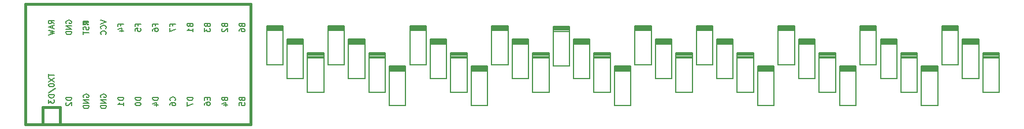
<source format=gbr>
G04 #@! TF.GenerationSoftware,KiCad,Pcbnew,5.1.9-73d0e3b20d~88~ubuntu18.04.1*
G04 #@! TF.CreationDate,2021-03-09T23:09:17-06:00*
G04 #@! TF.ProjectId,keyboard,6b657962-6f61-4726-942e-6b696361645f,rev?*
G04 #@! TF.SameCoordinates,Original*
G04 #@! TF.FileFunction,Legend,Bot*
G04 #@! TF.FilePolarity,Positive*
%FSLAX46Y46*%
G04 Gerber Fmt 4.6, Leading zero omitted, Abs format (unit mm)*
G04 Created by KiCad (PCBNEW 5.1.9-73d0e3b20d~88~ubuntu18.04.1) date 2021-03-09 23:09:17*
%MOMM*%
%LPD*%
G01*
G04 APERTURE LIST*
%ADD10C,0.200000*%
%ADD11C,0.381000*%
%ADD12C,0.150000*%
G04 APERTURE END LIST*
D10*
X72800000Y-38625000D02*
X75200000Y-38625000D01*
X72800000Y-38450000D02*
X75200000Y-38450000D01*
X72800000Y-38275000D02*
X75200000Y-38275000D01*
X75200000Y-37875000D02*
X72800000Y-37875000D01*
X72800000Y-38100000D02*
X75200000Y-38100000D01*
X72800000Y-37975000D02*
X75200000Y-37975000D01*
X72800000Y-37900000D02*
X72800000Y-43700000D01*
X72800000Y-43700000D02*
X75200000Y-43700000D01*
X75200000Y-43700000D02*
X75200000Y-37900000D01*
X120800000Y-34625000D02*
X123200000Y-34625000D01*
X120800000Y-34450000D02*
X123200000Y-34450000D01*
X120800000Y-34275000D02*
X123200000Y-34275000D01*
X123200000Y-33875000D02*
X120800000Y-33875000D01*
X120800000Y-34100000D02*
X123200000Y-34100000D01*
X120800000Y-33975000D02*
X123200000Y-33975000D01*
X120800000Y-33900000D02*
X120800000Y-39700000D01*
X120800000Y-39700000D02*
X123200000Y-39700000D01*
X123200000Y-39700000D02*
X123200000Y-33900000D01*
X81800000Y-38625000D02*
X84200000Y-38625000D01*
X81800000Y-38450000D02*
X84200000Y-38450000D01*
X81800000Y-38275000D02*
X84200000Y-38275000D01*
X84200000Y-37875000D02*
X81800000Y-37875000D01*
X81800000Y-38100000D02*
X84200000Y-38100000D01*
X81800000Y-37975000D02*
X84200000Y-37975000D01*
X81800000Y-37900000D02*
X81800000Y-43700000D01*
X81800000Y-43700000D02*
X84200000Y-43700000D01*
X84200000Y-43700000D02*
X84200000Y-37900000D01*
X75800000Y-34625000D02*
X78200000Y-34625000D01*
X75800000Y-34450000D02*
X78200000Y-34450000D01*
X75800000Y-34275000D02*
X78200000Y-34275000D01*
X78200000Y-33875000D02*
X75800000Y-33875000D01*
X75800000Y-34100000D02*
X78200000Y-34100000D01*
X75800000Y-33975000D02*
X78200000Y-33975000D01*
X75800000Y-33900000D02*
X75800000Y-39700000D01*
X75800000Y-39700000D02*
X78200000Y-39700000D01*
X78200000Y-39700000D02*
X78200000Y-33900000D01*
X105800000Y-38625000D02*
X108200000Y-38625000D01*
X105800000Y-38450000D02*
X108200000Y-38450000D01*
X105800000Y-38275000D02*
X108200000Y-38275000D01*
X108200000Y-37875000D02*
X105800000Y-37875000D01*
X105800000Y-38100000D02*
X108200000Y-38100000D01*
X105800000Y-37975000D02*
X108200000Y-37975000D01*
X105800000Y-37900000D02*
X105800000Y-43700000D01*
X105800000Y-43700000D02*
X108200000Y-43700000D01*
X108200000Y-43700000D02*
X108200000Y-37900000D01*
X129800000Y-34625000D02*
X132200000Y-34625000D01*
X129800000Y-34450000D02*
X132200000Y-34450000D01*
X129800000Y-34275000D02*
X132200000Y-34275000D01*
X132200000Y-33875000D02*
X129800000Y-33875000D01*
X129800000Y-34100000D02*
X132200000Y-34100000D01*
X129800000Y-33975000D02*
X132200000Y-33975000D01*
X129800000Y-33900000D02*
X129800000Y-39700000D01*
X129800000Y-39700000D02*
X132200000Y-39700000D01*
X132200000Y-39700000D02*
X132200000Y-33900000D01*
X108800000Y-34725000D02*
X111200000Y-34725000D01*
X108800000Y-34550000D02*
X111200000Y-34550000D01*
X108800000Y-34375000D02*
X111200000Y-34375000D01*
X111200000Y-33975000D02*
X108800000Y-33975000D01*
X108800000Y-34200000D02*
X111200000Y-34200000D01*
X108800000Y-34075000D02*
X111200000Y-34075000D01*
X108800000Y-34000000D02*
X108800000Y-39800000D01*
X108800000Y-39800000D02*
X111200000Y-39800000D01*
X111200000Y-39800000D02*
X111200000Y-34000000D01*
X165800000Y-34625000D02*
X168200000Y-34625000D01*
X165800000Y-34450000D02*
X168200000Y-34450000D01*
X165800000Y-34275000D02*
X168200000Y-34275000D01*
X168200000Y-33875000D02*
X165800000Y-33875000D01*
X165800000Y-34100000D02*
X168200000Y-34100000D01*
X165800000Y-33975000D02*
X168200000Y-33975000D01*
X165800000Y-33900000D02*
X165800000Y-39700000D01*
X165800000Y-39700000D02*
X168200000Y-39700000D01*
X168200000Y-39700000D02*
X168200000Y-33900000D01*
X138800000Y-40625000D02*
X141200000Y-40625000D01*
X138800000Y-40450000D02*
X141200000Y-40450000D01*
X138800000Y-40275000D02*
X141200000Y-40275000D01*
X141200000Y-39875000D02*
X138800000Y-39875000D01*
X138800000Y-40100000D02*
X141200000Y-40100000D01*
X138800000Y-39975000D02*
X141200000Y-39975000D01*
X138800000Y-39900000D02*
X138800000Y-45700000D01*
X138800000Y-45700000D02*
X141200000Y-45700000D01*
X141200000Y-45700000D02*
X141200000Y-39900000D01*
X171800000Y-38625000D02*
X174200000Y-38625000D01*
X171800000Y-38450000D02*
X174200000Y-38450000D01*
X171800000Y-38275000D02*
X174200000Y-38275000D01*
X174200000Y-37875000D02*
X171800000Y-37875000D01*
X171800000Y-38100000D02*
X174200000Y-38100000D01*
X171800000Y-37975000D02*
X174200000Y-37975000D01*
X171800000Y-37900000D02*
X171800000Y-43700000D01*
X171800000Y-43700000D02*
X174200000Y-43700000D01*
X174200000Y-43700000D02*
X174200000Y-37900000D01*
X168800000Y-36625000D02*
X171200000Y-36625000D01*
X168800000Y-36450000D02*
X171200000Y-36450000D01*
X168800000Y-36275000D02*
X171200000Y-36275000D01*
X171200000Y-35875000D02*
X168800000Y-35875000D01*
X168800000Y-36100000D02*
X171200000Y-36100000D01*
X168800000Y-35975000D02*
X171200000Y-35975000D01*
X168800000Y-35900000D02*
X168800000Y-41700000D01*
X168800000Y-41700000D02*
X171200000Y-41700000D01*
X171200000Y-41700000D02*
X171200000Y-35900000D01*
X162800000Y-40625000D02*
X165200000Y-40625000D01*
X162800000Y-40450000D02*
X165200000Y-40450000D01*
X162800000Y-40275000D02*
X165200000Y-40275000D01*
X165200000Y-39875000D02*
X162800000Y-39875000D01*
X162800000Y-40100000D02*
X165200000Y-40100000D01*
X162800000Y-39975000D02*
X165200000Y-39975000D01*
X162800000Y-39900000D02*
X162800000Y-45700000D01*
X162800000Y-45700000D02*
X165200000Y-45700000D01*
X165200000Y-45700000D02*
X165200000Y-39900000D01*
X78800000Y-36625000D02*
X81200000Y-36625000D01*
X78800000Y-36450000D02*
X81200000Y-36450000D01*
X78800000Y-36275000D02*
X81200000Y-36275000D01*
X81200000Y-35875000D02*
X78800000Y-35875000D01*
X78800000Y-36100000D02*
X81200000Y-36100000D01*
X78800000Y-35975000D02*
X81200000Y-35975000D01*
X78800000Y-35900000D02*
X78800000Y-41700000D01*
X78800000Y-41700000D02*
X81200000Y-41700000D01*
X81200000Y-41700000D02*
X81200000Y-35900000D01*
X99800000Y-34625000D02*
X102200000Y-34625000D01*
X99800000Y-34450000D02*
X102200000Y-34450000D01*
X99800000Y-34275000D02*
X102200000Y-34275000D01*
X102200000Y-33875000D02*
X99800000Y-33875000D01*
X99800000Y-34100000D02*
X102200000Y-34100000D01*
X99800000Y-33975000D02*
X102200000Y-33975000D01*
X99800000Y-33900000D02*
X99800000Y-39700000D01*
X99800000Y-39700000D02*
X102200000Y-39700000D01*
X102200000Y-39700000D02*
X102200000Y-33900000D01*
X66800000Y-34625000D02*
X69200000Y-34625000D01*
X66800000Y-34450000D02*
X69200000Y-34450000D01*
X66800000Y-34275000D02*
X69200000Y-34275000D01*
X69200000Y-33875000D02*
X66800000Y-33875000D01*
X66800000Y-34100000D02*
X69200000Y-34100000D01*
X66800000Y-33975000D02*
X69200000Y-33975000D01*
X66800000Y-33900000D02*
X66800000Y-39700000D01*
X66800000Y-39700000D02*
X69200000Y-39700000D01*
X69200000Y-39700000D02*
X69200000Y-33900000D01*
X153800000Y-34625000D02*
X156200000Y-34625000D01*
X153800000Y-34450000D02*
X156200000Y-34450000D01*
X153800000Y-34275000D02*
X156200000Y-34275000D01*
X156200000Y-33875000D02*
X153800000Y-33875000D01*
X153800000Y-34100000D02*
X156200000Y-34100000D01*
X153800000Y-33975000D02*
X156200000Y-33975000D01*
X153800000Y-33900000D02*
X153800000Y-39700000D01*
X153800000Y-39700000D02*
X156200000Y-39700000D01*
X156200000Y-39700000D02*
X156200000Y-33900000D01*
X126800000Y-38625000D02*
X129200000Y-38625000D01*
X126800000Y-38450000D02*
X129200000Y-38450000D01*
X126800000Y-38275000D02*
X129200000Y-38275000D01*
X129200000Y-37875000D02*
X126800000Y-37875000D01*
X126800000Y-38100000D02*
X129200000Y-38100000D01*
X126800000Y-37975000D02*
X129200000Y-37975000D01*
X126800000Y-37900000D02*
X126800000Y-43700000D01*
X126800000Y-43700000D02*
X129200000Y-43700000D01*
X129200000Y-43700000D02*
X129200000Y-37900000D01*
X84800000Y-40625000D02*
X87200000Y-40625000D01*
X84800000Y-40450000D02*
X87200000Y-40450000D01*
X84800000Y-40275000D02*
X87200000Y-40275000D01*
X87200000Y-39875000D02*
X84800000Y-39875000D01*
X84800000Y-40100000D02*
X87200000Y-40100000D01*
X84800000Y-39975000D02*
X87200000Y-39975000D01*
X84800000Y-39900000D02*
X84800000Y-45700000D01*
X84800000Y-45700000D02*
X87200000Y-45700000D01*
X87200000Y-45700000D02*
X87200000Y-39900000D01*
X135800000Y-38625000D02*
X138200000Y-38625000D01*
X135800000Y-38450000D02*
X138200000Y-38450000D01*
X135800000Y-38275000D02*
X138200000Y-38275000D01*
X138200000Y-37875000D02*
X135800000Y-37875000D01*
X135800000Y-38100000D02*
X138200000Y-38100000D01*
X135800000Y-37975000D02*
X138200000Y-37975000D01*
X135800000Y-37900000D02*
X135800000Y-43700000D01*
X135800000Y-43700000D02*
X138200000Y-43700000D01*
X138200000Y-43700000D02*
X138200000Y-37900000D01*
X156800000Y-36625000D02*
X159200000Y-36625000D01*
X156800000Y-36450000D02*
X159200000Y-36450000D01*
X156800000Y-36275000D02*
X159200000Y-36275000D01*
X159200000Y-35875000D02*
X156800000Y-35875000D01*
X156800000Y-36100000D02*
X159200000Y-36100000D01*
X156800000Y-35975000D02*
X159200000Y-35975000D01*
X156800000Y-35900000D02*
X156800000Y-41700000D01*
X156800000Y-41700000D02*
X159200000Y-41700000D01*
X159200000Y-41700000D02*
X159200000Y-35900000D01*
X144800000Y-36625000D02*
X147200000Y-36625000D01*
X144800000Y-36450000D02*
X147200000Y-36450000D01*
X144800000Y-36275000D02*
X147200000Y-36275000D01*
X147200000Y-35875000D02*
X144800000Y-35875000D01*
X144800000Y-36100000D02*
X147200000Y-36100000D01*
X144800000Y-35975000D02*
X147200000Y-35975000D01*
X144800000Y-35900000D02*
X144800000Y-41700000D01*
X144800000Y-41700000D02*
X147200000Y-41700000D01*
X147200000Y-41700000D02*
X147200000Y-35900000D01*
X132800000Y-36625000D02*
X135200000Y-36625000D01*
X132800000Y-36450000D02*
X135200000Y-36450000D01*
X132800000Y-36275000D02*
X135200000Y-36275000D01*
X135200000Y-35875000D02*
X132800000Y-35875000D01*
X132800000Y-36100000D02*
X135200000Y-36100000D01*
X132800000Y-35975000D02*
X135200000Y-35975000D01*
X132800000Y-35900000D02*
X132800000Y-41700000D01*
X132800000Y-41700000D02*
X135200000Y-41700000D01*
X135200000Y-41700000D02*
X135200000Y-35900000D01*
X141800000Y-34625000D02*
X144200000Y-34625000D01*
X141800000Y-34450000D02*
X144200000Y-34450000D01*
X141800000Y-34275000D02*
X144200000Y-34275000D01*
X144200000Y-33875000D02*
X141800000Y-33875000D01*
X141800000Y-34100000D02*
X144200000Y-34100000D01*
X141800000Y-33975000D02*
X144200000Y-33975000D01*
X141800000Y-33900000D02*
X141800000Y-39700000D01*
X141800000Y-39700000D02*
X144200000Y-39700000D01*
X144200000Y-39700000D02*
X144200000Y-33900000D01*
X123800000Y-36625000D02*
X126200000Y-36625000D01*
X123800000Y-36450000D02*
X126200000Y-36450000D01*
X123800000Y-36275000D02*
X126200000Y-36275000D01*
X126200000Y-35875000D02*
X123800000Y-35875000D01*
X123800000Y-36100000D02*
X126200000Y-36100000D01*
X123800000Y-35975000D02*
X126200000Y-35975000D01*
X123800000Y-35900000D02*
X123800000Y-41700000D01*
X123800000Y-41700000D02*
X126200000Y-41700000D01*
X126200000Y-41700000D02*
X126200000Y-35900000D01*
X111800000Y-36625000D02*
X114200000Y-36625000D01*
X111800000Y-36450000D02*
X114200000Y-36450000D01*
X111800000Y-36275000D02*
X114200000Y-36275000D01*
X114200000Y-35875000D02*
X111800000Y-35875000D01*
X111800000Y-36100000D02*
X114200000Y-36100000D01*
X111800000Y-35975000D02*
X114200000Y-35975000D01*
X111800000Y-35900000D02*
X111800000Y-41700000D01*
X111800000Y-41700000D02*
X114200000Y-41700000D01*
X114200000Y-41700000D02*
X114200000Y-35900000D01*
X102800000Y-36625000D02*
X105200000Y-36625000D01*
X102800000Y-36450000D02*
X105200000Y-36450000D01*
X102800000Y-36275000D02*
X105200000Y-36275000D01*
X105200000Y-35875000D02*
X102800000Y-35875000D01*
X102800000Y-36100000D02*
X105200000Y-36100000D01*
X102800000Y-35975000D02*
X105200000Y-35975000D01*
X102800000Y-35900000D02*
X102800000Y-41700000D01*
X102800000Y-41700000D02*
X105200000Y-41700000D01*
X105200000Y-41700000D02*
X105200000Y-35900000D01*
X117800000Y-40625000D02*
X120200000Y-40625000D01*
X117800000Y-40450000D02*
X120200000Y-40450000D01*
X117800000Y-40275000D02*
X120200000Y-40275000D01*
X120200000Y-39875000D02*
X117800000Y-39875000D01*
X117800000Y-40100000D02*
X120200000Y-40100000D01*
X117800000Y-39975000D02*
X120200000Y-39975000D01*
X117800000Y-39900000D02*
X117800000Y-45700000D01*
X117800000Y-45700000D02*
X120200000Y-45700000D01*
X120200000Y-45700000D02*
X120200000Y-39900000D01*
X87800000Y-34625000D02*
X90200000Y-34625000D01*
X87800000Y-34450000D02*
X90200000Y-34450000D01*
X87800000Y-34275000D02*
X90200000Y-34275000D01*
X90200000Y-33875000D02*
X87800000Y-33875000D01*
X87800000Y-34100000D02*
X90200000Y-34100000D01*
X87800000Y-33975000D02*
X90200000Y-33975000D01*
X87800000Y-33900000D02*
X87800000Y-39700000D01*
X87800000Y-39700000D02*
X90200000Y-39700000D01*
X90200000Y-39700000D02*
X90200000Y-33900000D01*
X159800000Y-38625000D02*
X162200000Y-38625000D01*
X159800000Y-38450000D02*
X162200000Y-38450000D01*
X159800000Y-38275000D02*
X162200000Y-38275000D01*
X162200000Y-37875000D02*
X159800000Y-37875000D01*
X159800000Y-38100000D02*
X162200000Y-38100000D01*
X159800000Y-37975000D02*
X162200000Y-37975000D01*
X159800000Y-37900000D02*
X159800000Y-43700000D01*
X159800000Y-43700000D02*
X162200000Y-43700000D01*
X162200000Y-43700000D02*
X162200000Y-37900000D01*
X90800000Y-36625000D02*
X93200000Y-36625000D01*
X90800000Y-36450000D02*
X93200000Y-36450000D01*
X90800000Y-36275000D02*
X93200000Y-36275000D01*
X93200000Y-35875000D02*
X90800000Y-35875000D01*
X90800000Y-36100000D02*
X93200000Y-36100000D01*
X90800000Y-35975000D02*
X93200000Y-35975000D01*
X90800000Y-35900000D02*
X90800000Y-41700000D01*
X90800000Y-41700000D02*
X93200000Y-41700000D01*
X93200000Y-41700000D02*
X93200000Y-35900000D01*
X147800000Y-38625000D02*
X150200000Y-38625000D01*
X147800000Y-38450000D02*
X150200000Y-38450000D01*
X147800000Y-38275000D02*
X150200000Y-38275000D01*
X150200000Y-37875000D02*
X147800000Y-37875000D01*
X147800000Y-38100000D02*
X150200000Y-38100000D01*
X147800000Y-37975000D02*
X150200000Y-37975000D01*
X147800000Y-37900000D02*
X147800000Y-43700000D01*
X147800000Y-43700000D02*
X150200000Y-43700000D01*
X150200000Y-43700000D02*
X150200000Y-37900000D01*
X93800000Y-38625000D02*
X96200000Y-38625000D01*
X93800000Y-38450000D02*
X96200000Y-38450000D01*
X93800000Y-38275000D02*
X96200000Y-38275000D01*
X96200000Y-37875000D02*
X93800000Y-37875000D01*
X93800000Y-38100000D02*
X96200000Y-38100000D01*
X93800000Y-37975000D02*
X96200000Y-37975000D01*
X93800000Y-37900000D02*
X93800000Y-43700000D01*
X93800000Y-43700000D02*
X96200000Y-43700000D01*
X96200000Y-43700000D02*
X96200000Y-37900000D01*
X114800000Y-38625000D02*
X117200000Y-38625000D01*
X114800000Y-38450000D02*
X117200000Y-38450000D01*
X114800000Y-38275000D02*
X117200000Y-38275000D01*
X117200000Y-37875000D02*
X114800000Y-37875000D01*
X114800000Y-38100000D02*
X117200000Y-38100000D01*
X114800000Y-37975000D02*
X117200000Y-37975000D01*
X114800000Y-37900000D02*
X114800000Y-43700000D01*
X114800000Y-43700000D02*
X117200000Y-43700000D01*
X117200000Y-43700000D02*
X117200000Y-37900000D01*
X96800000Y-40625000D02*
X99200000Y-40625000D01*
X96800000Y-40450000D02*
X99200000Y-40450000D01*
X96800000Y-40275000D02*
X99200000Y-40275000D01*
X99200000Y-39875000D02*
X96800000Y-39875000D01*
X96800000Y-40100000D02*
X99200000Y-40100000D01*
X96800000Y-39975000D02*
X99200000Y-39975000D01*
X96800000Y-39900000D02*
X96800000Y-45700000D01*
X96800000Y-45700000D02*
X99200000Y-45700000D01*
X99200000Y-45700000D02*
X99200000Y-39900000D01*
X69800000Y-36625000D02*
X72200000Y-36625000D01*
X69800000Y-36450000D02*
X72200000Y-36450000D01*
X69800000Y-36275000D02*
X72200000Y-36275000D01*
X72200000Y-35875000D02*
X69800000Y-35875000D01*
X69800000Y-36100000D02*
X72200000Y-36100000D01*
X69800000Y-35975000D02*
X72200000Y-35975000D01*
X69800000Y-35900000D02*
X69800000Y-41700000D01*
X69800000Y-41700000D02*
X72200000Y-41700000D01*
X72200000Y-41700000D02*
X72200000Y-35900000D01*
X150800000Y-40625000D02*
X153200000Y-40625000D01*
X150800000Y-40450000D02*
X153200000Y-40450000D01*
X150800000Y-40275000D02*
X153200000Y-40275000D01*
X153200000Y-39875000D02*
X150800000Y-39875000D01*
X150800000Y-40100000D02*
X153200000Y-40100000D01*
X150800000Y-39975000D02*
X153200000Y-39975000D01*
X150800000Y-39900000D02*
X150800000Y-45700000D01*
X150800000Y-45700000D02*
X153200000Y-45700000D01*
X153200000Y-45700000D02*
X153200000Y-39900000D01*
D11*
X36570000Y-45970000D02*
X36570000Y-48510000D01*
X34030000Y-45970000D02*
X36570000Y-45970000D01*
D12*
G36*
X40319030Y-33575365D02*
G01*
X40419030Y-33575365D01*
X40419030Y-33475365D01*
X40319030Y-33475365D01*
X40319030Y-33575365D01*
G37*
X40319030Y-33575365D02*
X40419030Y-33575365D01*
X40419030Y-33475365D01*
X40319030Y-33475365D01*
X40319030Y-33575365D01*
G36*
X39919030Y-33375365D02*
G01*
X40719030Y-33375365D01*
X40719030Y-33275365D01*
X39919030Y-33275365D01*
X39919030Y-33375365D01*
G37*
X39919030Y-33375365D02*
X40719030Y-33375365D01*
X40719030Y-33275365D01*
X39919030Y-33275365D01*
X39919030Y-33375365D01*
G36*
X40519030Y-33775365D02*
G01*
X40719030Y-33775365D01*
X40719030Y-33675365D01*
X40519030Y-33675365D01*
X40519030Y-33775365D01*
G37*
X40519030Y-33775365D02*
X40719030Y-33775365D01*
X40719030Y-33675365D01*
X40519030Y-33675365D01*
X40519030Y-33775365D01*
G36*
X39919030Y-33775365D02*
G01*
X40219030Y-33775365D01*
X40219030Y-33675365D01*
X39919030Y-33675365D01*
X39919030Y-33775365D01*
G37*
X39919030Y-33775365D02*
X40219030Y-33775365D01*
X40219030Y-33675365D01*
X39919030Y-33675365D01*
X39919030Y-33775365D01*
G36*
X39919030Y-33775365D02*
G01*
X40019030Y-33775365D01*
X40019030Y-33275365D01*
X39919030Y-33275365D01*
X39919030Y-33775365D01*
G37*
X39919030Y-33775365D02*
X40019030Y-33775365D01*
X40019030Y-33275365D01*
X39919030Y-33275365D01*
X39919030Y-33775365D01*
D11*
X64510000Y-30730000D02*
X31490000Y-30730000D01*
X64510000Y-48510000D02*
X64510000Y-30730000D01*
X31490000Y-48510000D02*
X64510000Y-48510000D01*
X31490000Y-30730000D02*
X31490000Y-48510000D01*
X34030000Y-45970000D02*
X34030000Y-48510000D01*
D12*
X40683809Y-34046666D02*
X40721904Y-34160952D01*
X40721904Y-34351428D01*
X40683809Y-34427619D01*
X40645714Y-34465714D01*
X40569523Y-34503809D01*
X40493333Y-34503809D01*
X40417142Y-34465714D01*
X40379047Y-34427619D01*
X40340952Y-34351428D01*
X40302857Y-34199047D01*
X40264761Y-34122857D01*
X40226666Y-34084761D01*
X40150476Y-34046666D01*
X40074285Y-34046666D01*
X39998095Y-34084761D01*
X39960000Y-34122857D01*
X39921904Y-34199047D01*
X39921904Y-34389523D01*
X39960000Y-34503809D01*
X39921904Y-34732380D02*
X39921904Y-35189523D01*
X40721904Y-34960952D02*
X39921904Y-34960952D01*
X34861904Y-41001395D02*
X34861904Y-41458538D01*
X35661904Y-41229967D02*
X34861904Y-41229967D01*
X34861904Y-41649014D02*
X35661904Y-42182348D01*
X34861904Y-42182348D02*
X35661904Y-41649014D01*
X34861904Y-42639491D02*
X34861904Y-42715681D01*
X34900000Y-42791872D01*
X34938095Y-42829967D01*
X35014285Y-42868062D01*
X35166666Y-42906157D01*
X35357142Y-42906157D01*
X35509523Y-42868062D01*
X35585714Y-42829967D01*
X35623809Y-42791872D01*
X35661904Y-42715681D01*
X35661904Y-42639491D01*
X35623809Y-42563300D01*
X35585714Y-42525205D01*
X35509523Y-42487110D01*
X35357142Y-42449014D01*
X35166666Y-42449014D01*
X35014285Y-42487110D01*
X34938095Y-42525205D01*
X34900000Y-42563300D01*
X34861904Y-42639491D01*
X34823809Y-43820443D02*
X35852380Y-43134729D01*
X35661904Y-44087110D02*
X34861904Y-44087110D01*
X34861904Y-44277586D01*
X34900000Y-44391872D01*
X34976190Y-44468062D01*
X35052380Y-44506157D01*
X35204761Y-44544252D01*
X35319047Y-44544252D01*
X35471428Y-44506157D01*
X35547619Y-44468062D01*
X35623809Y-44391872D01*
X35661904Y-44277586D01*
X35661904Y-44087110D01*
X34861904Y-44810919D02*
X34861904Y-45306157D01*
X35166666Y-45039491D01*
X35166666Y-45153776D01*
X35204761Y-45229967D01*
X35242857Y-45268062D01*
X35319047Y-45306157D01*
X35509523Y-45306157D01*
X35585714Y-45268062D01*
X35623809Y-45229967D01*
X35661904Y-45153776D01*
X35661904Y-44925205D01*
X35623809Y-44849014D01*
X35585714Y-44810919D01*
X60642857Y-33835190D02*
X60680952Y-33949476D01*
X60719047Y-33987571D01*
X60795238Y-34025666D01*
X60909523Y-34025666D01*
X60985714Y-33987571D01*
X61023809Y-33949476D01*
X61061904Y-33873285D01*
X61061904Y-33568523D01*
X60261904Y-33568523D01*
X60261904Y-33835190D01*
X60300000Y-33911380D01*
X60338095Y-33949476D01*
X60414285Y-33987571D01*
X60490476Y-33987571D01*
X60566666Y-33949476D01*
X60604761Y-33911380D01*
X60642857Y-33835190D01*
X60642857Y-33568523D01*
X60338095Y-34330428D02*
X60300000Y-34368523D01*
X60261904Y-34444714D01*
X60261904Y-34635190D01*
X60300000Y-34711380D01*
X60338095Y-34749476D01*
X60414285Y-34787571D01*
X60490476Y-34787571D01*
X60604761Y-34749476D01*
X61061904Y-34292333D01*
X61061904Y-34787571D01*
X53022857Y-33892333D02*
X53022857Y-33625666D01*
X53441904Y-33625666D02*
X52641904Y-33625666D01*
X52641904Y-34006619D01*
X52641904Y-34235190D02*
X52641904Y-34768523D01*
X53441904Y-34425666D01*
X50482857Y-33892333D02*
X50482857Y-33625666D01*
X50901904Y-33625666D02*
X50101904Y-33625666D01*
X50101904Y-34006619D01*
X50101904Y-34654238D02*
X50101904Y-34501857D01*
X50140000Y-34425666D01*
X50178095Y-34387571D01*
X50292380Y-34311380D01*
X50444761Y-34273285D01*
X50749523Y-34273285D01*
X50825714Y-34311380D01*
X50863809Y-34349476D01*
X50901904Y-34425666D01*
X50901904Y-34578047D01*
X50863809Y-34654238D01*
X50825714Y-34692333D01*
X50749523Y-34730428D01*
X50559047Y-34730428D01*
X50482857Y-34692333D01*
X50444761Y-34654238D01*
X50406666Y-34578047D01*
X50406666Y-34425666D01*
X50444761Y-34349476D01*
X50482857Y-34311380D01*
X50559047Y-34273285D01*
X47942857Y-33892333D02*
X47942857Y-33625666D01*
X48361904Y-33625666D02*
X47561904Y-33625666D01*
X47561904Y-34006619D01*
X47561904Y-34692333D02*
X47561904Y-34311380D01*
X47942857Y-34273285D01*
X47904761Y-34311380D01*
X47866666Y-34387571D01*
X47866666Y-34578047D01*
X47904761Y-34654238D01*
X47942857Y-34692333D01*
X48019047Y-34730428D01*
X48209523Y-34730428D01*
X48285714Y-34692333D01*
X48323809Y-34654238D01*
X48361904Y-34578047D01*
X48361904Y-34387571D01*
X48323809Y-34311380D01*
X48285714Y-34273285D01*
X35661904Y-33606619D02*
X35280952Y-33339952D01*
X35661904Y-33149476D02*
X34861904Y-33149476D01*
X34861904Y-33454238D01*
X34900000Y-33530428D01*
X34938095Y-33568523D01*
X35014285Y-33606619D01*
X35128571Y-33606619D01*
X35204761Y-33568523D01*
X35242857Y-33530428D01*
X35280952Y-33454238D01*
X35280952Y-33149476D01*
X35433333Y-33911380D02*
X35433333Y-34292333D01*
X35661904Y-33835190D02*
X34861904Y-34101857D01*
X35661904Y-34368523D01*
X34861904Y-34559000D02*
X35661904Y-34749476D01*
X35090476Y-34901857D01*
X35661904Y-35054238D01*
X34861904Y-35244714D01*
X37440000Y-33549476D02*
X37401904Y-33473285D01*
X37401904Y-33359000D01*
X37440000Y-33244714D01*
X37516190Y-33168523D01*
X37592380Y-33130428D01*
X37744761Y-33092333D01*
X37859047Y-33092333D01*
X38011428Y-33130428D01*
X38087619Y-33168523D01*
X38163809Y-33244714D01*
X38201904Y-33359000D01*
X38201904Y-33435190D01*
X38163809Y-33549476D01*
X38125714Y-33587571D01*
X37859047Y-33587571D01*
X37859047Y-33435190D01*
X38201904Y-33930428D02*
X37401904Y-33930428D01*
X38201904Y-34387571D01*
X37401904Y-34387571D01*
X38201904Y-34768523D02*
X37401904Y-34768523D01*
X37401904Y-34959000D01*
X37440000Y-35073285D01*
X37516190Y-35149476D01*
X37592380Y-35187571D01*
X37744761Y-35225666D01*
X37859047Y-35225666D01*
X38011428Y-35187571D01*
X38087619Y-35149476D01*
X38163809Y-35073285D01*
X38201904Y-34959000D01*
X38201904Y-34768523D01*
X42481904Y-33092333D02*
X43281904Y-33359000D01*
X42481904Y-33625666D01*
X43205714Y-34349476D02*
X43243809Y-34311380D01*
X43281904Y-34197095D01*
X43281904Y-34120904D01*
X43243809Y-34006619D01*
X43167619Y-33930428D01*
X43091428Y-33892333D01*
X42939047Y-33854238D01*
X42824761Y-33854238D01*
X42672380Y-33892333D01*
X42596190Y-33930428D01*
X42520000Y-34006619D01*
X42481904Y-34120904D01*
X42481904Y-34197095D01*
X42520000Y-34311380D01*
X42558095Y-34349476D01*
X43205714Y-35149476D02*
X43243809Y-35111380D01*
X43281904Y-34997095D01*
X43281904Y-34920904D01*
X43243809Y-34806619D01*
X43167619Y-34730428D01*
X43091428Y-34692333D01*
X42939047Y-34654238D01*
X42824761Y-34654238D01*
X42672380Y-34692333D01*
X42596190Y-34730428D01*
X42520000Y-34806619D01*
X42481904Y-34920904D01*
X42481904Y-34997095D01*
X42520000Y-35111380D01*
X42558095Y-35149476D01*
X45402857Y-33892333D02*
X45402857Y-33625666D01*
X45821904Y-33625666D02*
X45021904Y-33625666D01*
X45021904Y-34006619D01*
X45288571Y-34654238D02*
X45821904Y-34654238D01*
X44983809Y-34463761D02*
X45555238Y-34273285D01*
X45555238Y-34768523D01*
X55562857Y-33835190D02*
X55600952Y-33949476D01*
X55639047Y-33987571D01*
X55715238Y-34025666D01*
X55829523Y-34025666D01*
X55905714Y-33987571D01*
X55943809Y-33949476D01*
X55981904Y-33873285D01*
X55981904Y-33568523D01*
X55181904Y-33568523D01*
X55181904Y-33835190D01*
X55220000Y-33911380D01*
X55258095Y-33949476D01*
X55334285Y-33987571D01*
X55410476Y-33987571D01*
X55486666Y-33949476D01*
X55524761Y-33911380D01*
X55562857Y-33835190D01*
X55562857Y-33568523D01*
X55981904Y-34787571D02*
X55981904Y-34330428D01*
X55981904Y-34559000D02*
X55181904Y-34559000D01*
X55296190Y-34482809D01*
X55372380Y-34406619D01*
X55410476Y-34330428D01*
X58102857Y-33835190D02*
X58140952Y-33949476D01*
X58179047Y-33987571D01*
X58255238Y-34025666D01*
X58369523Y-34025666D01*
X58445714Y-33987571D01*
X58483809Y-33949476D01*
X58521904Y-33873285D01*
X58521904Y-33568523D01*
X57721904Y-33568523D01*
X57721904Y-33835190D01*
X57760000Y-33911380D01*
X57798095Y-33949476D01*
X57874285Y-33987571D01*
X57950476Y-33987571D01*
X58026666Y-33949476D01*
X58064761Y-33911380D01*
X58102857Y-33835190D01*
X58102857Y-33568523D01*
X57721904Y-34292333D02*
X57721904Y-34787571D01*
X58026666Y-34520904D01*
X58026666Y-34635190D01*
X58064761Y-34711380D01*
X58102857Y-34749476D01*
X58179047Y-34787571D01*
X58369523Y-34787571D01*
X58445714Y-34749476D01*
X58483809Y-34711380D01*
X58521904Y-34635190D01*
X58521904Y-34406619D01*
X58483809Y-34330428D01*
X58445714Y-34292333D01*
X63182857Y-33835190D02*
X63220952Y-33949476D01*
X63259047Y-33987571D01*
X63335238Y-34025666D01*
X63449523Y-34025666D01*
X63525714Y-33987571D01*
X63563809Y-33949476D01*
X63601904Y-33873285D01*
X63601904Y-33568523D01*
X62801904Y-33568523D01*
X62801904Y-33835190D01*
X62840000Y-33911380D01*
X62878095Y-33949476D01*
X62954285Y-33987571D01*
X63030476Y-33987571D01*
X63106666Y-33949476D01*
X63144761Y-33911380D01*
X63182857Y-33835190D01*
X63182857Y-33568523D01*
X62801904Y-34711380D02*
X62801904Y-34559000D01*
X62840000Y-34482809D01*
X62878095Y-34444714D01*
X62992380Y-34368523D01*
X63144761Y-34330428D01*
X63449523Y-34330428D01*
X63525714Y-34368523D01*
X63563809Y-34406619D01*
X63601904Y-34482809D01*
X63601904Y-34635190D01*
X63563809Y-34711380D01*
X63525714Y-34749476D01*
X63449523Y-34787571D01*
X63259047Y-34787571D01*
X63182857Y-34749476D01*
X63144761Y-34711380D01*
X63106666Y-34635190D01*
X63106666Y-34482809D01*
X63144761Y-34406619D01*
X63182857Y-34368523D01*
X63259047Y-34330428D01*
X63182857Y-44757190D02*
X63220952Y-44871476D01*
X63259047Y-44909571D01*
X63335238Y-44947666D01*
X63449523Y-44947666D01*
X63525714Y-44909571D01*
X63563809Y-44871476D01*
X63601904Y-44795285D01*
X63601904Y-44490523D01*
X62801904Y-44490523D01*
X62801904Y-44757190D01*
X62840000Y-44833380D01*
X62878095Y-44871476D01*
X62954285Y-44909571D01*
X63030476Y-44909571D01*
X63106666Y-44871476D01*
X63144761Y-44833380D01*
X63182857Y-44757190D01*
X63182857Y-44490523D01*
X62801904Y-45671476D02*
X62801904Y-45290523D01*
X63182857Y-45252428D01*
X63144761Y-45290523D01*
X63106666Y-45366714D01*
X63106666Y-45557190D01*
X63144761Y-45633380D01*
X63182857Y-45671476D01*
X63259047Y-45709571D01*
X63449523Y-45709571D01*
X63525714Y-45671476D01*
X63563809Y-45633380D01*
X63601904Y-45557190D01*
X63601904Y-45366714D01*
X63563809Y-45290523D01*
X63525714Y-45252428D01*
X60642857Y-44757190D02*
X60680952Y-44871476D01*
X60719047Y-44909571D01*
X60795238Y-44947666D01*
X60909523Y-44947666D01*
X60985714Y-44909571D01*
X61023809Y-44871476D01*
X61061904Y-44795285D01*
X61061904Y-44490523D01*
X60261904Y-44490523D01*
X60261904Y-44757190D01*
X60300000Y-44833380D01*
X60338095Y-44871476D01*
X60414285Y-44909571D01*
X60490476Y-44909571D01*
X60566666Y-44871476D01*
X60604761Y-44833380D01*
X60642857Y-44757190D01*
X60642857Y-44490523D01*
X60528571Y-45633380D02*
X61061904Y-45633380D01*
X60223809Y-45442904D02*
X60795238Y-45252428D01*
X60795238Y-45747666D01*
X58102857Y-44528619D02*
X58102857Y-44795285D01*
X58521904Y-44909571D02*
X58521904Y-44528619D01*
X57721904Y-44528619D01*
X57721904Y-44909571D01*
X57721904Y-45595285D02*
X57721904Y-45442904D01*
X57760000Y-45366714D01*
X57798095Y-45328619D01*
X57912380Y-45252428D01*
X58064761Y-45214333D01*
X58369523Y-45214333D01*
X58445714Y-45252428D01*
X58483809Y-45290523D01*
X58521904Y-45366714D01*
X58521904Y-45519095D01*
X58483809Y-45595285D01*
X58445714Y-45633380D01*
X58369523Y-45671476D01*
X58179047Y-45671476D01*
X58102857Y-45633380D01*
X58064761Y-45595285D01*
X58026666Y-45519095D01*
X58026666Y-45366714D01*
X58064761Y-45290523D01*
X58102857Y-45252428D01*
X58179047Y-45214333D01*
X55981904Y-44490523D02*
X55181904Y-44490523D01*
X55181904Y-44681000D01*
X55220000Y-44795285D01*
X55296190Y-44871476D01*
X55372380Y-44909571D01*
X55524761Y-44947666D01*
X55639047Y-44947666D01*
X55791428Y-44909571D01*
X55867619Y-44871476D01*
X55943809Y-44795285D01*
X55981904Y-44681000D01*
X55981904Y-44490523D01*
X55181904Y-45214333D02*
X55181904Y-45747666D01*
X55981904Y-45404809D01*
X53365714Y-44947666D02*
X53403809Y-44909571D01*
X53441904Y-44795285D01*
X53441904Y-44719095D01*
X53403809Y-44604809D01*
X53327619Y-44528619D01*
X53251428Y-44490523D01*
X53099047Y-44452428D01*
X52984761Y-44452428D01*
X52832380Y-44490523D01*
X52756190Y-44528619D01*
X52680000Y-44604809D01*
X52641904Y-44719095D01*
X52641904Y-44795285D01*
X52680000Y-44909571D01*
X52718095Y-44947666D01*
X52641904Y-45633380D02*
X52641904Y-45481000D01*
X52680000Y-45404809D01*
X52718095Y-45366714D01*
X52832380Y-45290523D01*
X52984761Y-45252428D01*
X53289523Y-45252428D01*
X53365714Y-45290523D01*
X53403809Y-45328619D01*
X53441904Y-45404809D01*
X53441904Y-45557190D01*
X53403809Y-45633380D01*
X53365714Y-45671476D01*
X53289523Y-45709571D01*
X53099047Y-45709571D01*
X53022857Y-45671476D01*
X52984761Y-45633380D01*
X52946666Y-45557190D01*
X52946666Y-45404809D01*
X52984761Y-45328619D01*
X53022857Y-45290523D01*
X53099047Y-45252428D01*
X50901904Y-44490523D02*
X50101904Y-44490523D01*
X50101904Y-44681000D01*
X50140000Y-44795285D01*
X50216190Y-44871476D01*
X50292380Y-44909571D01*
X50444761Y-44947666D01*
X50559047Y-44947666D01*
X50711428Y-44909571D01*
X50787619Y-44871476D01*
X50863809Y-44795285D01*
X50901904Y-44681000D01*
X50901904Y-44490523D01*
X50368571Y-45633380D02*
X50901904Y-45633380D01*
X50063809Y-45442904D02*
X50635238Y-45252428D01*
X50635238Y-45747666D01*
X39980000Y-44471476D02*
X39941904Y-44395285D01*
X39941904Y-44281000D01*
X39980000Y-44166714D01*
X40056190Y-44090523D01*
X40132380Y-44052428D01*
X40284761Y-44014333D01*
X40399047Y-44014333D01*
X40551428Y-44052428D01*
X40627619Y-44090523D01*
X40703809Y-44166714D01*
X40741904Y-44281000D01*
X40741904Y-44357190D01*
X40703809Y-44471476D01*
X40665714Y-44509571D01*
X40399047Y-44509571D01*
X40399047Y-44357190D01*
X40741904Y-44852428D02*
X39941904Y-44852428D01*
X40741904Y-45309571D01*
X39941904Y-45309571D01*
X40741904Y-45690523D02*
X39941904Y-45690523D01*
X39941904Y-45881000D01*
X39980000Y-45995285D01*
X40056190Y-46071476D01*
X40132380Y-46109571D01*
X40284761Y-46147666D01*
X40399047Y-46147666D01*
X40551428Y-46109571D01*
X40627619Y-46071476D01*
X40703809Y-45995285D01*
X40741904Y-45881000D01*
X40741904Y-45690523D01*
X42520000Y-44471476D02*
X42481904Y-44395285D01*
X42481904Y-44281000D01*
X42520000Y-44166714D01*
X42596190Y-44090523D01*
X42672380Y-44052428D01*
X42824761Y-44014333D01*
X42939047Y-44014333D01*
X43091428Y-44052428D01*
X43167619Y-44090523D01*
X43243809Y-44166714D01*
X43281904Y-44281000D01*
X43281904Y-44357190D01*
X43243809Y-44471476D01*
X43205714Y-44509571D01*
X42939047Y-44509571D01*
X42939047Y-44357190D01*
X43281904Y-44852428D02*
X42481904Y-44852428D01*
X43281904Y-45309571D01*
X42481904Y-45309571D01*
X43281904Y-45690523D02*
X42481904Y-45690523D01*
X42481904Y-45881000D01*
X42520000Y-45995285D01*
X42596190Y-46071476D01*
X42672380Y-46109571D01*
X42824761Y-46147666D01*
X42939047Y-46147666D01*
X43091428Y-46109571D01*
X43167619Y-46071476D01*
X43243809Y-45995285D01*
X43281904Y-45881000D01*
X43281904Y-45690523D01*
X45821904Y-44490523D02*
X45021904Y-44490523D01*
X45021904Y-44681000D01*
X45060000Y-44795285D01*
X45136190Y-44871476D01*
X45212380Y-44909571D01*
X45364761Y-44947666D01*
X45479047Y-44947666D01*
X45631428Y-44909571D01*
X45707619Y-44871476D01*
X45783809Y-44795285D01*
X45821904Y-44681000D01*
X45821904Y-44490523D01*
X45821904Y-45709571D02*
X45821904Y-45252428D01*
X45821904Y-45481000D02*
X45021904Y-45481000D01*
X45136190Y-45404809D01*
X45212380Y-45328619D01*
X45250476Y-45252428D01*
X48361904Y-44490523D02*
X47561904Y-44490523D01*
X47561904Y-44681000D01*
X47600000Y-44795285D01*
X47676190Y-44871476D01*
X47752380Y-44909571D01*
X47904761Y-44947666D01*
X48019047Y-44947666D01*
X48171428Y-44909571D01*
X48247619Y-44871476D01*
X48323809Y-44795285D01*
X48361904Y-44681000D01*
X48361904Y-44490523D01*
X47561904Y-45442904D02*
X47561904Y-45519095D01*
X47600000Y-45595285D01*
X47638095Y-45633380D01*
X47714285Y-45671476D01*
X47866666Y-45709571D01*
X48057142Y-45709571D01*
X48209523Y-45671476D01*
X48285714Y-45633380D01*
X48323809Y-45595285D01*
X48361904Y-45519095D01*
X48361904Y-45442904D01*
X48323809Y-45366714D01*
X48285714Y-45328619D01*
X48209523Y-45290523D01*
X48057142Y-45252428D01*
X47866666Y-45252428D01*
X47714285Y-45290523D01*
X47638095Y-45328619D01*
X47600000Y-45366714D01*
X47561904Y-45442904D01*
X38201904Y-44490523D02*
X37401904Y-44490523D01*
X37401904Y-44681000D01*
X37440000Y-44795285D01*
X37516190Y-44871476D01*
X37592380Y-44909571D01*
X37744761Y-44947666D01*
X37859047Y-44947666D01*
X38011428Y-44909571D01*
X38087619Y-44871476D01*
X38163809Y-44795285D01*
X38201904Y-44681000D01*
X38201904Y-44490523D01*
X37478095Y-45252428D02*
X37440000Y-45290523D01*
X37401904Y-45366714D01*
X37401904Y-45557190D01*
X37440000Y-45633380D01*
X37478095Y-45671476D01*
X37554285Y-45709571D01*
X37630476Y-45709571D01*
X37744761Y-45671476D01*
X38201904Y-45214333D01*
X38201904Y-45709571D01*
M02*

</source>
